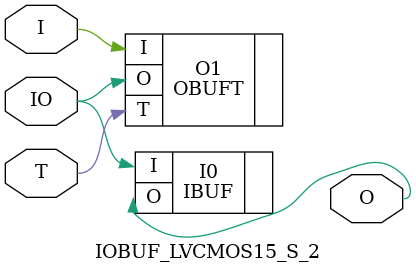
<source format=v>


`timescale  1 ps / 1 ps


module IOBUF_LVCMOS15_S_2 (O, IO, I, T);

    output O;

    inout  IO;

    input  I, T;

        OBUFT #(.IOSTANDARD("LVCMOS15"), .SLEW("SLOW"), .DRIVE(2)) O1 (.O(IO), .I(I), .T(T)); 
	IBUF #(.IOSTANDARD("LVCMOS15"))  I0 (.O(O), .I(IO));
        

endmodule



</source>
